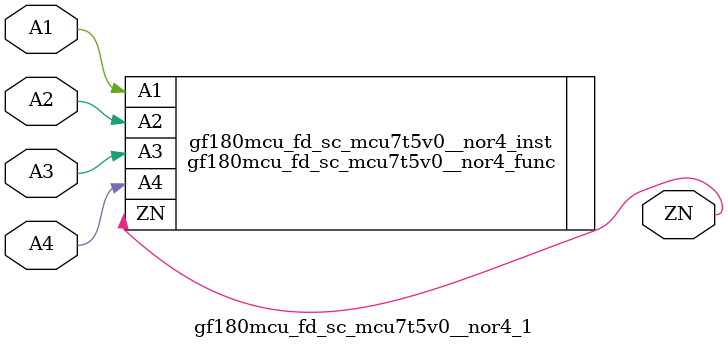
<source format=v>

`ifndef GF180MCU_FD_SC_MCU7T5V0__NOR4_1_V
`define GF180MCU_FD_SC_MCU7T5V0__NOR4_1_V

`include "gf180mcu_fd_sc_mcu7t5v0__nor4.v"

`ifdef USE_POWER_PINS
module gf180mcu_fd_sc_mcu7t5v0__nor4_1( A4, ZN, A3, A2, A1, VDD, VSS );
inout VDD, VSS;
`else // If not USE_POWER_PINS
module gf180mcu_fd_sc_mcu7t5v0__nor4_1( A4, ZN, A3, A2, A1 );
`endif // If not USE_POWER_PINS
input A1, A2, A3, A4;
output ZN;

`ifdef USE_POWER_PINS
  gf180mcu_fd_sc_mcu7t5v0__nor4_func gf180mcu_fd_sc_mcu7t5v0__nor4_inst(.A4(A4),.ZN(ZN),.A3(A3),.A2(A2),.A1(A1),.VDD(VDD),.VSS(VSS));
`else // If not USE_POWER_PINS
  gf180mcu_fd_sc_mcu7t5v0__nor4_func gf180mcu_fd_sc_mcu7t5v0__nor4_inst(.A4(A4),.ZN(ZN),.A3(A3),.A2(A2),.A1(A1));
`endif // If not USE_POWER_PINS

`ifndef FUNCTIONAL
	// spec_gates_begin


	// spec_gates_end



   specify

	// specify_block_begin

	// comb arc A1 --> ZN
	 (A1 => ZN) = (1.0,1.0);

	// comb arc A2 --> ZN
	 (A2 => ZN) = (1.0,1.0);

	// comb arc A3 --> ZN
	 (A3 => ZN) = (1.0,1.0);

	// comb arc A4 --> ZN
	 (A4 => ZN) = (1.0,1.0);

	// specify_block_end

   endspecify

   `endif

endmodule
`endif // GF180MCU_FD_SC_MCU7T5V0__NOR4_1_V

</source>
